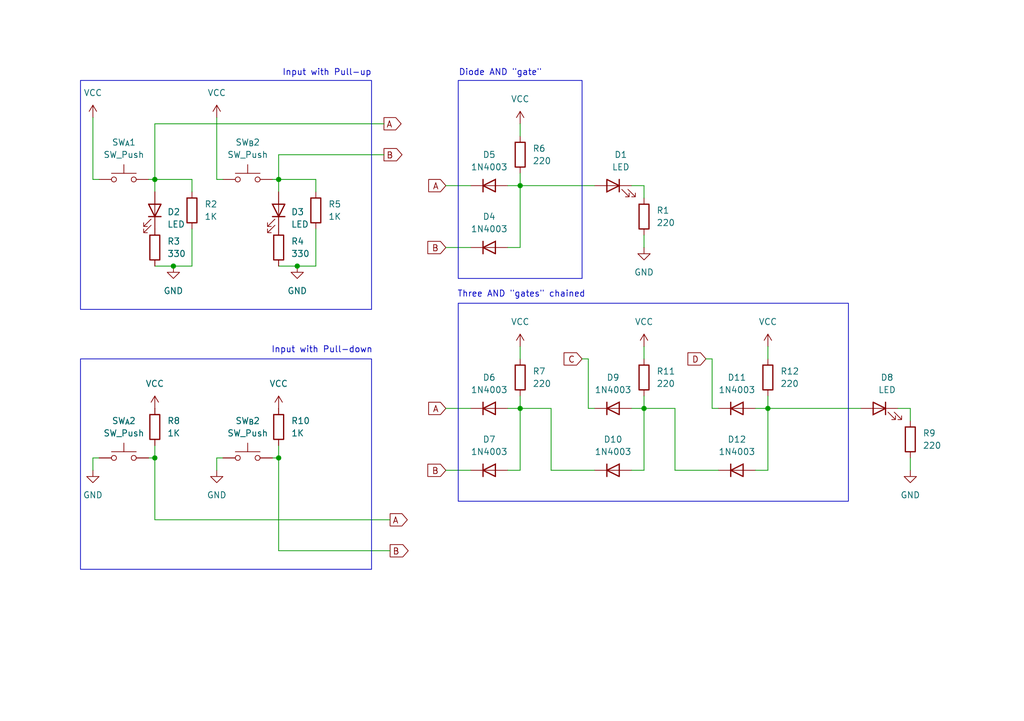
<source format=kicad_sch>
(kicad_sch (version 20231120) (generator "eeschema") (generator_version "8.0")
  (paper "A5")
  (title_block (title "Diodes & Diodes (Building AND gates the wrong way: Part 2)") (date "2024-04-27"))
  (lib_symbols
    (symbol "Device:LED" (pin_numbers hide) (pin_names (offset 1.016) hide)
      (property "Reference" "D" (at 0 2.54 0))
      (property "Value" "LED" (at 0 -2.54 0))
      (symbol "LED_0_1"
        (polyline (pts (xy -1.27 -1.27) (xy -1.27 1.27)) (stroke (width 0.254)))
        (polyline (pts (xy -1.27 0) (xy 1.27 0)))
        (polyline (pts (xy 1.27 -1.27) (xy 1.27 1.27) (xy -1.27 0) (xy 1.27 -1.27)) (stroke (width 0.254)))
        (polyline (pts (xy -3.048 -0.762) (xy -4.572 -2.286) (xy -3.81 -2.286) (xy -4.572 -2.286) (xy -4.572 -1.524)))
        (polyline (pts (xy -1.778 -0.762) (xy -3.302 -2.286) (xy -2.54 -2.286) (xy -3.302 -2.286) (xy -3.302 -1.524)))
      )
      (symbol "LED_1_1"
        (pin passive line (at -3.81 0 0) (length 2.54) (name "K") (number "1"))
        (pin passive line (at 3.81 0 180) (length 2.54) (name "A") (number "2"))
      )
    )
    (symbol "Device:R" (pin_numbers hide) (pin_names (offset 0))
      (property "Reference" "R" (at 2.032 0 90))
      (property "Value" "R" (at 0 0 90))
      (symbol "R_0_1"
        (rectangle (start -1.016 -2.54) (end 1.016 2.54) (stroke (width 0.254)))
      )
      (symbol "R_1_1"
        (pin passive line (at 0 3.81 270) (length 1.27) (name "~") (number "1"))
        (pin passive line (at 0 -3.81 90) (length 1.27) (name "~") (number "2"))
      )
    )
    (symbol "Diode:1N4003" (pin_numbers hide) (pin_names hide)
      (property "Reference" "D" (at 0 2.54 0))
      (property "Value" "1N4003" (at 0 -2.54 0))
      (symbol "1N4003_0_1"
        (polyline (pts (xy -1.27 1.27) (xy -1.27 -1.27)) (stroke (width 0.254)))
        (polyline (pts (xy 1.27 0) (xy -1.27 0)))
        (polyline (pts (xy 1.27 1.27) (xy 1.27 -1.27) (xy -1.27 0) (xy 1.27 1.27)) (stroke (width 0.254)))
      )
      (symbol "1N4003_1_1"
        (pin passive line (at -3.81 0 0) (length 2.54) (name "K") (number "1"))
        (pin passive line (at 3.81 0 180) (length 2.54) (name "A") (number "2"))
      )
    )
    (symbol "Switch:SW_Push" (pin_numbers hide) (pin_names (offset 1.016) hide)
      (property "Reference" "SW" (at 1.27 2.54 0))
      (property "Value" "SW_Push" (at 0 -1.524 0))
      (symbol "SW_Push_0_1"
        (circle (center -2.032 0) (radius 0.508))
        (polyline (pts (xy 0 1.27) (xy 0 3.048)))
        (polyline (pts (xy 2.54 1.27) (xy -2.54 1.27)))
        (circle (center 2.032 0) (radius 0.508))
        (pin passive line (at -5.08 0 0) (length 2.54) (name "1") (number "1"))
        (pin passive line (at 5.08 0 180) (length 2.54) (name "2") (number "2"))
      )
    )
    (symbol "power:GND" (power) (pin_numbers hide) (pin_names (offset 0) hide)
      (property "Value" "GND" (at 0 -3.81 0))
      (symbol "GND_0_1"
        (polyline (pts (xy 0 0) (xy 0 -1.27) (xy 1.27 -1.27) (xy 0 -2.54) (xy -1.27 -1.27) (xy 0 -1.27)))
      )
      (symbol "GND_1_1"
        (pin power_in line (at 0 0 270) (length 0) (name "~") (number "1"))
      )
    )
    (symbol "power:VCC" (power) (pin_numbers hide) (pin_names (offset 0) hide)
      (property "Value" "VCC" (at 0 3.556 0))
      (symbol "VCC_0_1"
        (polyline (pts (xy -0.762 1.27) (xy 0 2.54)))
        (polyline (pts (xy 0 0) (xy 0 2.54)))
        (polyline (pts (xy 0 2.54) (xy 0.762 1.27)))
      )
      (symbol "VCC_1_1"
        (pin power_in line (at 0 0 90) (length 0) (name "~") (number "1"))
      )
    )
  )
  (junction (at 57.15 36.83))
  (junction (at 106.68 83.82))
  (junction (at 35.56 54.61))
  (junction (at 132.08 83.82))
  (junction (at 31.75 93.98))
  (junction (at 57.15 93.98))
  (junction (at 60.96 54.61))
  (junction (at 106.68 38.1))
  (junction (at 31.75 36.83))
  (junction (at 157.48 83.82))
  (wire (pts (xy 106.68 71.12) (xy 106.68 73.66)))
  (wire (pts (xy 44.45 24.13) (xy 44.45 36.83)))
  (wire (pts (xy 31.75 106.68) (xy 31.75 93.98)))
  (wire (pts (xy 78.74 25.4) (xy 31.75 25.4)))
  (wire (pts (xy 31.75 36.83) (xy 31.75 39.37)))
  (wire (pts (xy 106.68 81.28) (xy 106.68 83.82)))
  (wire (pts (xy 31.75 91.44) (xy 31.75 93.98)))
  (wire (pts (xy 39.37 36.83) (xy 31.75 36.83)))
  (wire (pts (xy 138.43 96.52) (xy 147.32 96.52)))
  (wire (pts (xy 154.94 96.52) (xy 157.48 96.52)))
  (wire (pts (xy 44.45 93.98) (xy 44.45 96.52)))
  (wire (pts (xy 132.08 83.82) (xy 129.54 83.82)))
  (wire (pts (xy 80.01 106.68) (xy 31.75 106.68)))
  (wire (pts (xy 35.56 54.61) (xy 31.75 54.61)))
  (wire (pts (xy 31.75 36.83) (xy 30.48 36.83)))
  (wire (pts (xy 146.05 83.82) (xy 147.32 83.82)))
  (wire (pts (xy 39.37 39.37) (xy 39.37 36.83)))
  (wire (pts (xy 55.88 93.98) (xy 57.15 93.98)))
  (wire (pts (xy 80.01 113.03) (xy 57.15 113.03)))
  (wire (pts (xy 57.15 113.03) (xy 57.15 93.98)))
  (wire (pts (xy 157.48 71.12) (xy 157.48 73.66)))
  (wire (pts (xy 113.03 96.52) (xy 121.92 96.52)))
  (wire (pts (xy 113.03 83.82) (xy 106.68 83.82)))
  (wire (pts (xy 157.48 81.28) (xy 157.48 83.82)))
  (wire (pts (xy 19.05 36.83) (xy 20.32 36.83)))
  (wire (pts (xy 39.37 46.99) (xy 39.37 54.61)))
  (wire (pts (xy 91.44 38.1) (xy 96.52 38.1)))
  (wire (pts (xy 78.74 31.75) (xy 57.15 31.75)))
  (wire (pts (xy 104.14 50.8) (xy 106.68 50.8)))
  (wire (pts (xy 132.08 71.12) (xy 132.08 73.66)))
  (wire (pts (xy 132.08 48.26) (xy 132.08 50.8)))
  (wire (pts (xy 57.15 91.44) (xy 57.15 93.98)))
  (wire (pts (xy 132.08 38.1) (xy 132.08 40.64)))
  (wire (pts (xy 106.68 38.1) (xy 121.92 38.1)))
  (wire (pts (xy 186.69 93.98) (xy 186.69 96.52)))
  (wire (pts (xy 64.77 54.61) (xy 60.96 54.61)))
  (wire (pts (xy 106.68 38.1) (xy 106.68 50.8)))
  (wire (pts (xy 64.77 39.37) (xy 64.77 36.83)))
  (wire (pts (xy 106.68 83.82) (xy 104.14 83.82)))
  (wire (pts (xy 184.15 83.82) (xy 186.69 83.82)))
  (wire (pts (xy 31.75 25.4) (xy 31.75 36.83)))
  (wire (pts (xy 186.69 83.82) (xy 186.69 86.36)))
  (wire (pts (xy 19.05 93.98) (xy 19.05 96.52)))
  (wire (pts (xy 119.38 73.66) (xy 120.65 73.66)))
  (wire (pts (xy 120.65 83.82) (xy 121.92 83.82)))
  (wire (pts (xy 57.15 36.83) (xy 57.15 39.37)))
  (wire (pts (xy 157.48 83.82) (xy 154.94 83.82)))
  (wire (pts (xy 106.68 35.56) (xy 106.68 38.1)))
  (wire (pts (xy 106.68 83.82) (xy 106.68 96.52)))
  (wire (pts (xy 19.05 93.98) (xy 20.32 93.98)))
  (wire (pts (xy 129.54 38.1) (xy 132.08 38.1)))
  (wire (pts (xy 19.05 24.13) (xy 19.05 36.83)))
  (wire (pts (xy 60.96 54.61) (xy 57.15 54.61)))
  (wire (pts (xy 104.14 96.52) (xy 106.68 96.52)))
  (wire (pts (xy 157.48 83.82) (xy 176.53 83.82)))
  (wire (pts (xy 39.37 54.61) (xy 35.56 54.61)))
  (wire (pts (xy 129.54 96.52) (xy 132.08 96.52)))
  (wire (pts (xy 157.48 83.82) (xy 157.48 96.52)))
  (wire (pts (xy 57.15 31.75) (xy 57.15 36.83)))
  (wire (pts (xy 44.45 36.83) (xy 45.72 36.83)))
  (wire (pts (xy 113.03 96.52) (xy 113.03 83.82)))
  (wire (pts (xy 64.77 36.83) (xy 57.15 36.83)))
  (wire (pts (xy 132.08 83.82) (xy 132.08 96.52)))
  (wire (pts (xy 91.44 96.52) (xy 96.52 96.52)))
  (wire (pts (xy 64.77 46.99) (xy 64.77 54.61)))
  (wire (pts (xy 91.44 50.8) (xy 96.52 50.8)))
  (wire (pts (xy 138.43 96.52) (xy 138.43 83.82)))
  (wire (pts (xy 44.45 93.98) (xy 45.72 93.98)))
  (wire (pts (xy 30.48 93.98) (xy 31.75 93.98)))
  (wire (pts (xy 106.68 25.4) (xy 106.68 27.94)))
  (wire (pts (xy 106.68 38.1) (xy 104.14 38.1)))
  (wire (pts (xy 132.08 81.28) (xy 132.08 83.82)))
  (wire (pts (xy 57.15 36.83) (xy 55.88 36.83)))
  (wire (pts (xy 144.78 73.66) (xy 146.05 73.66)))
  (wire (pts (xy 138.43 83.82) (xy 132.08 83.82)))
  (wire (pts (xy 91.44 83.82) (xy 96.52 83.82)))
  (wire (pts (xy 120.65 73.66) (xy 120.65 83.82)))
  (wire (pts (xy 146.05 73.66) (xy 146.05 83.82)))
  (rectangle (start 93.98 16.51) (end 119.38 57.15))
  (rectangle (start 16.51 73.66) (end 76.2 116.84))
  (rectangle (start 16.51 16.51) (end 76.2 63.5))
  (rectangle (start 93.98 62.23) (end 173.99 102.87))
  (text "Diode AND \"gate\"" (at 102.616 14.986 0) (effects (font (size 1.27 1.27))))
  (text "Input with Pull-up" (at 67.056 14.986 0) (effects (font (size 1.27 1.27))))
  (text "Three AND \"gates\" chained" (at 106.934 60.452 0) (effects (font (size 1.27 1.27))))
  (text "Input with Pull-down\n" (at 66.04 71.882 0) (effects (font (size 1.27 1.27))))
  (global_label "A" (shape output) (at 80.01 106.68 0) (property "Intersheetrefs" "${INTERSHEET_REFS}" (effects (hide yes))))
  (global_label "A" (shape input) (at 91.44 38.1 180) (property "Intersheetrefs" "${INTERSHEET_REFS}" (effects (hide yes))))
  (global_label "B" (shape input) (at 91.44 50.8 180) (property "Intersheetrefs" "${INTERSHEET_REFS}" (effects (hide yes))))
  (global_label "A" (shape output) (at 78.74 25.4 0) (property "Intersheetrefs" "${INTERSHEET_REFS}" (effects (hide yes))))
  (global_label "B" (shape output) (at 78.74 31.75 0) (property "Intersheetrefs" "${INTERSHEET_REFS}" (effects (hide yes))))
  (global_label "A" (shape input) (at 91.44 83.82 180) (property "Intersheetrefs" "${INTERSHEET_REFS}" (effects (hide yes))))
  (global_label "D" (shape input) (at 144.78 73.66 180) (property "Intersheetrefs" "${INTERSHEET_REFS}" (effects (hide yes))))
  (global_label "B" (shape input) (at 91.44 96.52 180) (property "Intersheetrefs" "${INTERSHEET_REFS}" (effects (hide yes))))
  (global_label "B" (shape output) (at 80.01 113.03 0) (property "Intersheetrefs" "${INTERSHEET_REFS}" (effects (hide yes))))
  (global_label "C" (shape input) (at 119.38 73.66 180) (property "Intersheetrefs" "${INTERSHEET_REFS}" (effects (hide yes))))
  (symbol (lib_id "Switch:SW_Push") (at 25.4 93.98 0) (unit 1)
    (property "Reference" "SW_{A}2" (at 25.4 86.36 0))
    (property "Value" "SW_Push" (at 25.4 88.9 0))
    (property "Description" "Push button switch, generic, two pins" (effects (hide yes)))
  )
  (symbol (lib_id "power:VCC") (at 132.08 71.12 0) (unit 1)
    (property "Reference" "#PWR013" (effects (hide yes)))
    (property "Value" "VCC" (at 132.08 66.04 0))
    (property "Description" "Power symbol creates a global label with name \"VCC\"" (effects (hide yes)))
  )
  (symbol (lib_id "power:VCC") (at 57.15 83.82 0) (unit 1)
    (property "Reference" "#PWR09" (effects (hide yes)))
    (property "Value" "VCC" (at 57.15 78.74 0))
    (property "Description" "Power symbol creates a global label with name \"VCC\"" (effects (hide yes)))
  )
  (symbol (lib_id "Diode:1N4003") (at 151.13 96.52 0) (unit 1)
    (property "Reference" "D12" (at 151.13 90.17 0))
    (property "Value" "1N4003" (at 151.13 92.71 0))
    (property "Footprint" "Diode_THT:D_DO-41_SOD81_P10.16mm_Horizontal" (effects (hide yes)))
    (property "Datasheet" "http://www.vishay.com/docs/88503/1n4001.pdf" (effects (hide yes)))
    (property "Description" "200V 1A General Purpose Rectifier Diode, DO-41" (effects (hide yes)))
    (property "Sim.Device" "D" (effects (hide yes)))
    (property "Sim.Pins" "1=K 2=A" (effects (hide yes)))
  )
  (symbol (lib_id "Device:R") (at 31.75 87.63 180) (unit 1)
    (property "Reference" "R8" (at 34.29 86.3599 0) (effects (justify right)))
    (property "Value" "1K" (at 34.29 88.8999 0) (effects (justify right)))
    (property "Description" "Resistor" (effects (hide yes)))
  )
  (symbol (lib_id "Device:R") (at 106.68 77.47 180) (unit 1)
    (property "Reference" "R7" (at 109.22 76.1999 0) (effects (justify right)))
    (property "Value" "220" (at 109.22 78.7399 0) (effects (justify right)))
    (property "Description" "Resistor" (effects (hide yes)))
  )
  (symbol (lib_id "power:GND") (at 132.08 50.8 0) (unit 1)
    (property "Reference" "#PWR02" (effects (hide yes)))
    (property "Value" "GND" (at 132.08 55.88 0))
    (property "Description" "Power symbol creates a global label with name \"GND\" , ground" (effects (hide yes)))
  )
  (symbol (lib_id "Device:R") (at 132.08 77.47 180) (unit 1)
    (property "Reference" "R11" (at 134.62 76.1999 0) (effects (justify right)))
    (property "Value" "220" (at 134.62 78.7399 0) (effects (justify right)))
    (property "Description" "Resistor" (effects (hide yes)))
  )
  (symbol (lib_id "power:VCC") (at 44.45 24.13 0) (unit 1)
    (property "Reference" "#PWR06" (effects (hide yes)))
    (property "Value" "VCC" (at 44.45 19.05 0))
    (property "Description" "Power symbol creates a global label with name \"VCC\"" (effects (hide yes)))
  )
  (symbol (lib_id "power:VCC") (at 106.68 25.4 0) (unit 1)
    (property "Reference" "#PWR05" (effects (hide yes)))
    (property "Value" "VCC" (at 106.68 20.32 0))
    (property "Description" "Power symbol creates a global label with name \"VCC\"" (effects (hide yes)))
  )
  (symbol (lib_id "Device:LED") (at 180.34 83.82 0) (mirror y) (unit 1)
    (property "Reference" "D8" (at 181.9275 77.47 0))
    (property "Value" "LED" (at 181.9275 80.01 0))
    (property "Description" "Light emitting diode" (effects (hide yes)))
  )
  (symbol (lib_id "Device:R") (at 186.69 90.17 180) (unit 1)
    (property "Reference" "R9" (at 189.23 88.8999 0) (effects (justify right)))
    (property "Value" "220" (at 189.23 91.4399 0) (effects (justify right)))
    (property "Description" "Resistor" (effects (hide yes)))
  )
  (symbol (lib_id "Device:LED") (at 125.73 38.1 0) (mirror y) (unit 1)
    (property "Reference" "D1" (at 127.3175 31.75 0))
    (property "Value" "LED" (at 127.3175 34.29 0))
    (property "Description" "Light emitting diode" (effects (hide yes)))
  )
  (symbol (lib_id "Device:R") (at 106.68 31.75 180) (unit 1)
    (property "Reference" "R6" (at 109.22 30.4799 0) (effects (justify right)))
    (property "Value" "220" (at 109.22 33.0199 0) (effects (justify right)))
    (property "Description" "Resistor" (effects (hide yes)))
  )
  (symbol (lib_id "Diode:1N4003") (at 100.33 96.52 0) (unit 1)
    (property "Reference" "D7" (at 100.33 90.17 0))
    (property "Value" "1N4003" (at 100.33 92.71 0))
    (property "Footprint" "Diode_THT:D_DO-41_SOD81_P10.16mm_Horizontal" (effects (hide yes)))
    (property "Datasheet" "http://www.vishay.com/docs/88503/1n4001.pdf" (effects (hide yes)))
    (property "Description" "200V 1A General Purpose Rectifier Diode, DO-41" (effects (hide yes)))
    (property "Sim.Device" "D" (effects (hide yes)))
    (property "Sim.Pins" "1=K 2=A" (effects (hide yes)))
  )
  (symbol (lib_id "Diode:1N4003") (at 100.33 38.1 0) (unit 1)
    (property "Reference" "D5" (at 100.33 31.75 0))
    (property "Value" "1N4003" (at 100.33 34.29 0))
    (property "Footprint" "Diode_THT:D_DO-41_SOD81_P10.16mm_Horizontal" (effects (hide yes)))
    (property "Datasheet" "http://www.vishay.com/docs/88503/1n4001.pdf" (effects (hide yes)))
    (property "Description" "200V 1A General Purpose Rectifier Diode, DO-41" (effects (hide yes)))
    (property "Sim.Device" "D" (effects (hide yes)))
    (property "Sim.Pins" "1=K 2=A" (effects (hide yes)))
  )
  (symbol (lib_id "Diode:1N4003") (at 100.33 83.82 0) (unit 1)
    (property "Reference" "D6" (at 100.33 77.47 0))
    (property "Value" "1N4003" (at 100.33 80.01 0))
    (property "Footprint" "Diode_THT:D_DO-41_SOD81_P10.16mm_Horizontal" (effects (hide yes)))
    (property "Datasheet" "http://www.vishay.com/docs/88503/1n4001.pdf" (effects (hide yes)))
    (property "Description" "200V 1A General Purpose Rectifier Diode, DO-41" (effects (hide yes)))
    (property "Sim.Device" "D" (effects (hide yes)))
    (property "Sim.Pins" "1=K 2=A" (effects (hide yes)))
  )
  (symbol (lib_id "power:VCC") (at 31.75 83.82 0) (unit 1)
    (property "Reference" "#PWR07" (effects (hide yes)))
    (property "Value" "VCC" (at 31.75 78.74 0))
    (property "Description" "Power symbol creates a global label with name \"VCC\"" (effects (hide yes)))
  )
  (symbol (lib_id "Device:R") (at 132.08 44.45 180) (unit 1)
    (property "Reference" "R1" (at 134.62 43.1799 0) (effects (justify right)))
    (property "Value" "220" (at 134.62 45.7199 0) (effects (justify right)))
    (property "Description" "Resistor" (effects (hide yes)))
  )
  (symbol (lib_id "power:GND") (at 186.69 96.52 0) (unit 1)
    (property "Reference" "#PWR010" (effects (hide yes)))
    (property "Value" "GND" (at 186.69 101.6 0))
    (property "Description" "Power symbol creates a global label with name \"GND\" , ground" (effects (hide yes)))
  )
  (symbol (lib_id "Diode:1N4003") (at 125.73 83.82 0) (unit 1)
    (property "Reference" "D9" (at 125.73 77.47 0))
    (property "Value" "1N4003" (at 125.73 80.01 0))
    (property "Footprint" "Diode_THT:D_DO-41_SOD81_P10.16mm_Horizontal" (effects (hide yes)))
    (property "Datasheet" "http://www.vishay.com/docs/88503/1n4001.pdf" (effects (hide yes)))
    (property "Description" "200V 1A General Purpose Rectifier Diode, DO-41" (effects (hide yes)))
    (property "Sim.Device" "D" (effects (hide yes)))
    (property "Sim.Pins" "1=K 2=A" (effects (hide yes)))
  )
  (symbol (lib_id "Switch:SW_Push") (at 25.4 36.83 0) (unit 1)
    (property "Reference" "SW_{A}1" (at 25.4 29.21 0))
    (property "Value" "SW_Push" (at 25.4 31.75 0))
    (property "Description" "Push button switch, generic, two pins" (effects (hide yes)))
  )
  (symbol (lib_id "Device:R") (at 64.77 43.18 180) (unit 1)
    (property "Reference" "R5" (at 67.31 41.9099 0) (effects (justify right)))
    (property "Value" "1K" (at 67.31 44.4499 0) (effects (justify right)))
    (property "Description" "Resistor" (effects (hide yes)))
  )
  (symbol (lib_id "Device:LED") (at 57.15 43.18 270) (mirror x) (unit 1)
    (property "Reference" "D3" (at 59.69 43.4974 90) (effects (justify left)))
    (property "Value" "LED" (at 59.69 46.0374 90) (effects (justify left)))
    (property "Description" "Light emitting diode" (effects (hide yes)))
  )
  (symbol (lib_id "Diode:1N4003") (at 100.33 50.8 0) (unit 1)
    (property "Reference" "D4" (at 100.33 44.45 0))
    (property "Value" "1N4003" (at 100.33 46.99 0))
    (property "Footprint" "Diode_THT:D_DO-41_SOD81_P10.16mm_Horizontal" (effects (hide yes)))
    (property "Datasheet" "http://www.vishay.com/docs/88503/1n4001.pdf" (effects (hide yes)))
    (property "Description" "200V 1A General Purpose Rectifier Diode, DO-41" (effects (hide yes)))
    (property "Sim.Device" "D" (effects (hide yes)))
    (property "Sim.Pins" "1=K 2=A" (effects (hide yes)))
  )
  (symbol (lib_id "Switch:SW_Push") (at 50.8 36.83 0) (unit 1)
    (property "Reference" "SW_{B}2" (at 50.8 29.21 0))
    (property "Value" "SW_Push" (at 50.8 31.75 0))
    (property "Description" "Push button switch, generic, two pins" (effects (hide yes)))
  )
  (symbol (lib_id "Device:R") (at 57.15 50.8 180) (unit 1)
    (property "Reference" "R4" (at 59.69 49.5299 0) (effects (justify right)))
    (property "Value" "330" (at 59.69 52.0699 0) (effects (justify right)))
    (property "Description" "Resistor" (effects (hide yes)))
  )
  (symbol (lib_id "Diode:1N4003") (at 151.13 83.82 0) (unit 1)
    (property "Reference" "D11" (at 151.13 77.47 0))
    (property "Value" "1N4003" (at 151.13 80.01 0))
    (property "Footprint" "Diode_THT:D_DO-41_SOD81_P10.16mm_Horizontal" (effects (hide yes)))
    (property "Datasheet" "http://www.vishay.com/docs/88503/1n4001.pdf" (effects (hide yes)))
    (property "Description" "200V 1A General Purpose Rectifier Diode, DO-41" (effects (hide yes)))
    (property "Sim.Device" "D" (effects (hide yes)))
    (property "Sim.Pins" "1=K 2=A" (effects (hide yes)))
  )
  (symbol (lib_id "Device:LED") (at 31.75 43.18 270) (mirror x) (unit 1)
    (property "Reference" "D2" (at 34.29 43.4974 90) (effects (justify left)))
    (property "Value" "LED" (at 34.29 46.0374 90) (effects (justify left)))
    (property "Description" "Light emitting diode" (effects (hide yes)))
  )
  (symbol (lib_id "Device:R") (at 31.75 50.8 180) (unit 1)
    (property "Reference" "R3" (at 34.29 49.5299 0) (effects (justify right)))
    (property "Value" "330" (at 34.29 52.0699 0) (effects (justify right)))
    (property "Description" "Resistor" (effects (hide yes)))
  )
  (symbol (lib_id "power:VCC") (at 157.48 71.12 0) (unit 1)
    (property "Reference" "#PWR014" (effects (hide yes)))
    (property "Value" "VCC" (at 157.48 66.04 0))
    (property "Description" "Power symbol creates a global label with name \"VCC\"" (effects (hide yes)))
  )
  (symbol (lib_id "power:GND") (at 44.45 96.52 0) (unit 1)
    (property "Reference" "#PWR012" (effects (hide yes)))
    (property "Value" "GND" (at 44.45 101.6 0))
    (property "Description" "Power symbol creates a global label with name \"GND\" , ground" (effects (hide yes)))
  )
  (symbol (lib_id "Device:R") (at 57.15 87.63 180) (unit 1)
    (property "Reference" "R10" (at 59.69 86.3599 0) (effects (justify right)))
    (property "Value" "1K" (at 59.69 88.8999 0) (effects (justify right)))
    (property "Description" "Resistor" (effects (hide yes)))
  )
  (symbol (lib_id "power:GND") (at 19.05 96.52 0) (unit 1)
    (property "Reference" "#PWR011" (effects (hide yes)))
    (property "Value" "GND" (at 19.05 101.6 0))
    (property "Description" "Power symbol creates a global label with name \"GND\" , ground" (effects (hide yes)))
  )
  (symbol (lib_id "Switch:SW_Push") (at 50.8 93.98 0) (unit 1)
    (property "Reference" "SW_{B}2" (at 50.8 86.36 0))
    (property "Value" "SW_Push" (at 50.8 88.9 0))
    (property "Description" "Push button switch, generic, two pins" (effects (hide yes)))
  )
  (symbol (lib_id "Device:R") (at 157.48 77.47 180) (unit 1)
    (property "Reference" "R12" (at 160.02 76.1999 0) (effects (justify right)))
    (property "Value" "220" (at 160.02 78.7399 0) (effects (justify right)))
    (property "Description" "Resistor" (effects (hide yes)))
  )
  (symbol (lib_id "power:GND") (at 35.56 54.61 0) (unit 1)
    (property "Reference" "#PWR03" (effects (hide yes)))
    (property "Value" "GND" (at 35.56 59.69 0))
    (property "Description" "Power symbol creates a global label with name \"GND\" , ground" (effects (hide yes)))
  )
  (symbol (lib_id "Diode:1N4003") (at 125.73 96.52 0) (unit 1)
    (property "Reference" "D10" (at 125.73 90.17 0))
    (property "Value" "1N4003" (at 125.73 92.71 0))
    (property "Footprint" "Diode_THT:D_DO-41_SOD81_P10.16mm_Horizontal" (effects (hide yes)))
    (property "Datasheet" "http://www.vishay.com/docs/88503/1n4001.pdf" (effects (hide yes)))
    (property "Description" "200V 1A General Purpose Rectifier Diode, DO-41" (effects (hide yes)))
    (property "Sim.Device" "D" (effects (hide yes)))
    (property "Sim.Pins" "1=K 2=A" (effects (hide yes)))
  )
  (symbol (lib_id "power:VCC") (at 19.05 24.13 0) (unit 1)
    (property "Reference" "#PWR01" (effects (hide yes)))
    (property "Value" "VCC" (at 19.05 19.05 0))
    (property "Description" "Power symbol creates a global label with name \"VCC\"" (effects (hide yes)))
  )
  (symbol (lib_id "power:GND") (at 60.96 54.61 0) (unit 1)
    (property "Reference" "#PWR04" (effects (hide yes)))
    (property "Value" "GND" (at 60.96 59.69 0))
    (property "Description" "Power symbol creates a global label with name \"GND\" , ground" (effects (hide yes)))
  )
  (symbol (lib_id "power:VCC") (at 106.68 71.12 0) (unit 1)
    (property "Reference" "#PWR08" (effects (hide yes)))
    (property "Value" "VCC" (at 106.68 66.04 0))
    (property "Description" "Power symbol creates a global label with name \"VCC\"" (effects (hide yes)))
  )
  (symbol (lib_id "Device:R") (at 39.37 43.18 180) (unit 1)
    (property "Reference" "R2" (at 41.91 41.9099 0) (effects (justify right)))
    (property "Value" "1K" (at 41.91 44.4499 0) (effects (justify right)))
    (property "Description" "Resistor" (effects (hide yes)))
  )
)
</source>
